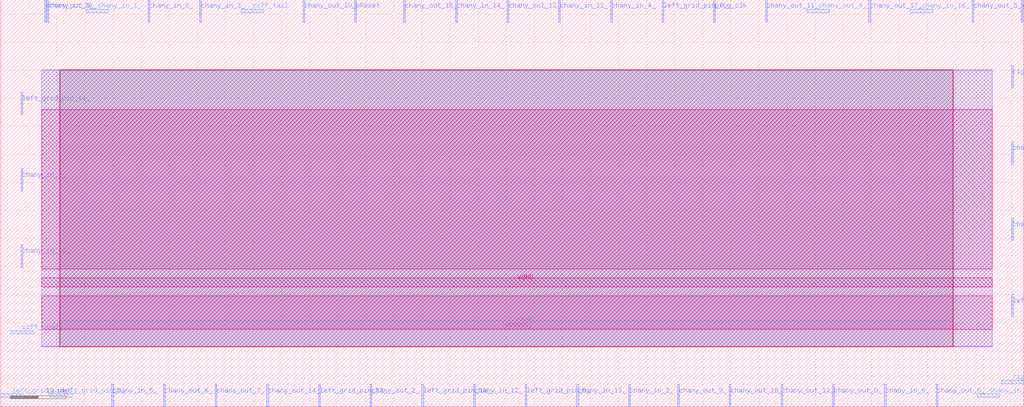
<source format=lef>
VERSION 5.7 ;
  NAMESCASESENSITIVE ON ;
  NOWIREEXTENSIONATPIN ON ;
  DIVIDERCHAR "/" ;
  BUSBITCHARS "[]" ;
UNITS
  DATABASE MICRONS 200 ;
END UNITS

MACRO cby_0__1_
  CLASS BLOCK ;
  FOREIGN cby_0__1_ ;
  ORIGIN 0.000 0.000 ;
  SIZE 182.120 BY 72.555 ;
  PIN ccff_head
    DIRECTION INPUT ;
    PORT
      LAYER met3 ;
        RECT 1.770 12.960 5.770 13.560 ;
    END
  END ccff_head
  PIN ccff_tail
    DIRECTION OUTPUT TRISTATE ;
    PORT
      LAYER met3 ;
        RECT 42.780 70.255 46.780 70.855 ;
    END
  END ccff_tail
  PIN chany_in_0_
    DIRECTION INPUT ;
    PORT
      LAYER met2 ;
        RECT 26.240 68.555 26.520 72.555 ;
    END
  END chany_in_0_
  PIN chany_in_10_
    DIRECTION INPUT ;
    PORT
      LAYER met2 ;
        RECT 8.300 68.555 8.580 72.555 ;
    END
  END chany_in_10_
  PIN chany_in_11_
    DIRECTION INPUT ;
    PORT
      LAYER met2 ;
        RECT 99.380 68.555 99.660 72.555 ;
    END
  END chany_in_11_
  PIN chany_in_12_
    DIRECTION INPUT ;
    PORT
      LAYER met2 ;
        RECT 84.200 0.000 84.480 4.000 ;
    END
  END chany_in_12_
  PIN chany_in_13_
    DIRECTION INPUT ;
    PORT
      LAYER met2 ;
        RECT 102.600 0.000 102.880 4.000 ;
    END
  END chany_in_13_
  PIN chany_in_14_
    DIRECTION INPUT ;
    PORT
      LAYER met2 ;
        RECT 80.980 68.555 81.260 72.555 ;
    END
  END chany_in_14_
  PIN chany_in_15_
    DIRECTION INPUT ;
    PORT
      LAYER met2 ;
        RECT 3.630 24.860 3.910 28.860 ;
    END
  END chany_in_15_
  PIN chany_in_16_
    DIRECTION INPUT ;
    PORT
      LAYER met3 ;
        RECT 161.920 70.255 165.920 70.855 ;
    END
  END chany_in_16_
  PIN chany_in_17_
    DIRECTION INPUT ;
    PORT
      LAYER met2 ;
        RECT 179.980 29.620 180.260 33.620 ;
    END
  END chany_in_17_
  PIN chany_in_1_
    DIRECTION INPUT ;
    PORT
      LAYER met3 ;
        RECT 15.180 70.255 19.180 70.855 ;
    END
  END chany_in_1_
  PIN chany_in_2_
    DIRECTION INPUT ;
    PORT
      LAYER met2 ;
        RECT 111.800 0.000 112.080 4.000 ;
    END
  END chany_in_2_
  PIN chany_in_3_
    DIRECTION INPUT ;
    PORT
      LAYER met2 ;
        RECT 35.440 68.555 35.720 72.555 ;
    END
  END chany_in_3_
  PIN chany_in_4_
    DIRECTION INPUT ;
    PORT
      LAYER met2 ;
        RECT 108.580 68.555 108.860 72.555 ;
    END
  END chany_in_4_
  PIN chany_in_5_
    DIRECTION INPUT ;
    PORT
      LAYER met2 ;
        RECT 19.800 0.000 20.080 4.000 ;
    END
  END chany_in_5_
  PIN chany_in_6_
    DIRECTION INPUT ;
    PORT
      LAYER met2 ;
        RECT 157.340 0.000 157.620 4.000 ;
    END
  END chany_in_6_
  PIN chany_in_7_
    DIRECTION INPUT ;
    PORT
      LAYER met2 ;
        RECT 3.630 38.460 3.910 42.460 ;
    END
  END chany_in_7_
  PIN chany_in_8_
    DIRECTION INPUT ;
    PORT
      LAYER met3 ;
        RECT 173.880 1.700 177.880 2.300 ;
    END
  END chany_in_8_
  PIN chany_in_9_
    DIRECTION INPUT ;
    PORT
      LAYER met2 ;
        RECT 181.720 68.555 182.000 72.555 ;
    END
  END chany_in_9_
  PIN chany_out_0_
    DIRECTION OUTPUT TRISTATE ;
    PORT
      LAYER met2 ;
        RECT 148.140 0.000 148.420 4.000 ;
    END
  END chany_out_0_
  PIN chany_out_10_
    DIRECTION OUTPUT TRISTATE ;
    PORT
      LAYER met2 ;
        RECT 53.840 68.555 54.120 72.555 ;
    END
  END chany_out_10_
  PIN chany_out_11_
    DIRECTION OUTPUT TRISTATE ;
    PORT
      LAYER met2 ;
        RECT 136.180 68.555 136.460 72.555 ;
    END
  END chany_out_11_
  PIN chany_out_12_
    DIRECTION OUTPUT TRISTATE ;
    PORT
      LAYER met2 ;
        RECT 138.940 0.000 139.220 4.000 ;
    END
  END chany_out_12_
  PIN chany_out_13_
    DIRECTION OUTPUT TRISTATE ;
    PORT
      LAYER met2 ;
        RECT 90.180 68.555 90.460 72.555 ;
    END
  END chany_out_13_
  PIN chany_out_14_
    DIRECTION OUTPUT TRISTATE ;
    PORT
      LAYER met2 ;
        RECT 47.400 0.000 47.680 4.000 ;
    END
  END chany_out_14_
  PIN chany_out_15_
    DIRECTION OUTPUT TRISTATE ;
    PORT
      LAYER met2 ;
        RECT 71.780 68.555 72.060 72.555 ;
    END
  END chany_out_15_
  PIN chany_out_16_
    DIRECTION OUTPUT TRISTATE ;
    PORT
      LAYER met2 ;
        RECT 129.740 0.000 130.020 4.000 ;
    END
  END chany_out_16_
  PIN chany_out_17_
    DIRECTION OUTPUT TRISTATE ;
    PORT
      LAYER met2 ;
        RECT 154.580 68.555 154.860 72.555 ;
    END
  END chany_out_17_
  PIN chany_out_1_
    DIRECTION OUTPUT TRISTATE ;
    PORT
      LAYER met2 ;
        RECT 7.840 68.555 8.120 72.555 ;
    END
  END chany_out_1_
  PIN chany_out_2_
    DIRECTION OUTPUT TRISTATE ;
    PORT
      LAYER met2 ;
        RECT 65.800 0.000 66.080 4.000 ;
    END
  END chany_out_2_
  PIN chany_out_3_
    DIRECTION OUTPUT TRISTATE ;
    PORT
      LAYER met2 ;
        RECT 179.980 43.220 180.260 47.220 ;
    END
  END chany_out_3_
  PIN chany_out_4_
    DIRECTION OUTPUT TRISTATE ;
    PORT
      LAYER met3 ;
        RECT 143.520 70.255 147.520 70.855 ;
    END
  END chany_out_4_
  PIN chany_out_5_
    DIRECTION OUTPUT TRISTATE ;
    PORT
      LAYER met2 ;
        RECT 172.980 68.555 173.260 72.555 ;
    END
  END chany_out_5_
  PIN chany_out_6_
    DIRECTION OUTPUT TRISTATE ;
    PORT
      LAYER met2 ;
        RECT 166.540 0.000 166.820 4.000 ;
    END
  END chany_out_6_
  PIN chany_out_7_
    DIRECTION OUTPUT TRISTATE ;
    PORT
      LAYER met2 ;
        RECT 38.200 0.000 38.480 4.000 ;
    END
  END chany_out_7_
  PIN chany_out_8_
    DIRECTION OUTPUT TRISTATE ;
    PORT
      LAYER met2 ;
        RECT 29.000 0.000 29.280 4.000 ;
    END
  END chany_out_8_
  PIN chany_out_9_
    DIRECTION OUTPUT TRISTATE ;
    PORT
      LAYER met2 ;
        RECT 120.540 0.000 120.820 4.000 ;
    END
  END chany_out_9_
  PIN left_grid_pin_0_
    DIRECTION OUTPUT TRISTATE ;
    PORT
      LAYER met2 ;
        RECT 93.400 0.000 93.680 4.000 ;
    END
  END left_grid_pin_0_
  PIN left_grid_pin_10_
    DIRECTION OUTPUT TRISTATE ;
    PORT
      LAYER met2 ;
        RECT 75.000 0.000 75.280 4.000 ;
    END
  END left_grid_pin_10_
  PIN left_grid_pin_12_
    DIRECTION OUTPUT TRISTATE ;
    PORT
      LAYER met2 ;
        RECT 56.600 0.000 56.880 4.000 ;
    END
  END left_grid_pin_12_
  PIN left_grid_pin_14_
    DIRECTION OUTPUT TRISTATE ;
    PORT
      LAYER met2 ;
        RECT 3.630 52.060 3.910 56.060 ;
    END
  END left_grid_pin_14_
  PIN left_grid_pin_2_
    DIRECTION OUTPUT TRISTATE ;
    PORT
      LAYER met3 ;
        RECT 8.740 1.700 12.740 2.300 ;
    END
  END left_grid_pin_2_
  PIN left_grid_pin_4_
    DIRECTION OUTPUT TRISTATE ;
    PORT
      LAYER met2 ;
        RECT 117.780 68.555 118.060 72.555 ;
    END
  END left_grid_pin_4_
  PIN left_grid_pin_6_
    DIRECTION OUTPUT TRISTATE ;
    PORT
      LAYER met2 ;
        RECT 179.980 16.020 180.260 20.020 ;
    END
  END left_grid_pin_6_
  PIN left_grid_pin_8_
    DIRECTION OUTPUT TRISTATE ;
    PORT
      LAYER met3 ;
        RECT 0.000 1.700 4.000 2.300 ;
    END
  END left_grid_pin_8_
  PIN pReset
    DIRECTION INPUT ;
    PORT
      LAYER met2 ;
        RECT 63.040 68.555 63.320 72.555 ;
    END
  END pReset
  PIN prog_clk
    DIRECTION INPUT ;
    PORT
      LAYER met2 ;
        RECT 126.980 68.555 127.260 72.555 ;
    END
  END prog_clk
  PIN right_grid_pin_3_
    DIRECTION OUTPUT TRISTATE ;
    PORT
      LAYER met2 ;
        RECT 179.980 56.820 180.260 60.820 ;
    END
  END right_grid_pin_3_
  PIN right_grid_pin_7_
    DIRECTION OUTPUT TRISTATE ;
    PORT
      LAYER met3 ;
        RECT 178.120 4.120 182.120 4.720 ;
    END
  END right_grid_pin_7_
  PIN VPWR
    DIRECTION INPUT ;
    USE POWER ;
    PORT
      LAYER met3 ;
        RECT 89.930 14.340 93.930 14.940 ;
    END
  END VPWR
  PIN VGND
    DIRECTION INPUT ;
    USE GROUND ;
    PORT
      LAYER met5 ;
        RECT 7.290 21.340 176.570 22.940 ;
    END
  END VGND
  OBS
      LAYER li1 ;
        RECT 7.290 10.795 176.570 59.925 ;
      LAYER met1 ;
        RECT 7.290 10.640 176.570 60.080 ;
      LAYER met2 ;
        RECT 10.550 10.640 169.530 60.080 ;
      LAYER met3 ;
        RECT 10.490 15.340 169.590 60.005 ;
        RECT 10.490 13.940 89.530 15.340 ;
        RECT 94.330 13.940 169.590 15.340 ;
        RECT 10.490 10.715 169.590 13.940 ;
      LAYER met4 ;
        RECT 10.490 10.640 169.590 60.080 ;
      LAYER met5 ;
        RECT 7.290 24.540 176.570 52.940 ;
        RECT 7.290 13.840 176.570 19.740 ;
  END
END cby_0__1_
END LIBRARY


</source>
